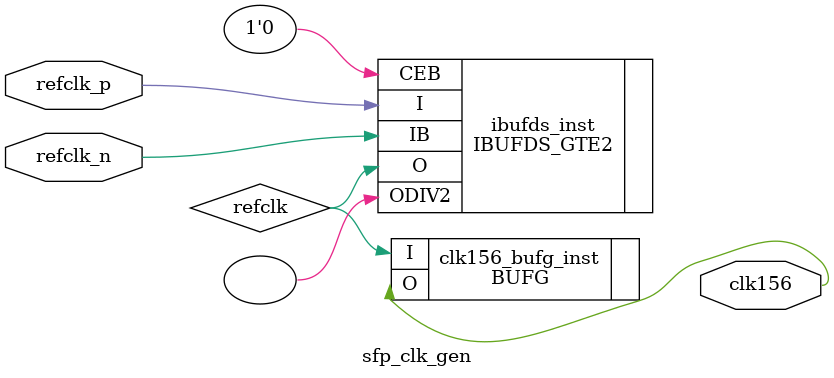
<source format=v>
`timescale 1ns / 1ps


module sfp_clk_gen(
	input refclk_p,
	input refclk_n,
	output clk156
    );
    
    wire refclk;
    
    IBUFDS_GTE2 ibufds_inst
    (
        .O       (refclk),
        .ODIV2   (),
        .CEB     (1'b0),
        .I       (refclk_p),
        .IB      (refclk_n)
    );

    BUFG clk156_bufg_inst
    (
        .I       (refclk),
        .O       (clk156)
    );
endmodule

</source>
